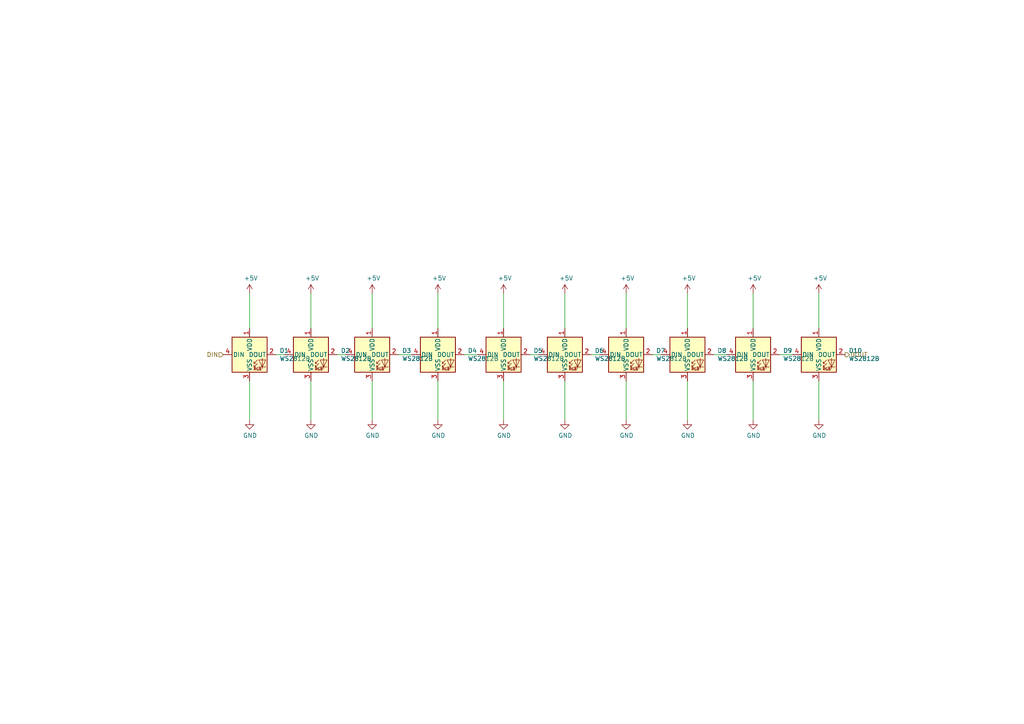
<source format=kicad_sch>
(kicad_sch (version 20211123) (generator eeschema)
  (paper "A4")
  (lib_symbols
    (symbol "LED:WS2812B" (pin_names (offset 0.254))
      (property "Reference" "D" (at 5.08 5.715 0))
      (property "Value" "WS2812B" (at 1.27 -5.715 0))
      (symbol "WS2812B_0_0"
        (text "RGB" (at 2.286 -4.191 0) (effects (font (size 0.762 0.762))))
      )
      (symbol "WS2812B_0_1"
        (polyline (pts (xy 1.27 -3.556) (xy 1.778 -3.556)))
        (polyline (pts (xy 1.27 -2.54) (xy 1.778 -2.54)))
        (polyline (pts (xy 4.699 -3.556) (xy 2.667 -3.556)))
        (polyline (pts (xy 2.286 -2.54) (xy 1.27 -3.556) (xy 1.27 -3.048)))
        (polyline (pts (xy 2.286 -1.524) (xy 1.27 -2.54) (xy 1.27 -2.032)))
        (polyline (pts (xy 3.683 -1.016) (xy 3.683 -3.556) (xy 3.683 -4.064)))
        (polyline (pts (xy 4.699 -1.524) (xy 2.667 -1.524) (xy 3.683 -3.556) (xy 4.699 -1.524)))
        (rectangle (start 5.08 5.08) (end -5.08 -5.08) (stroke (width 0.254)) (fill (type background)))
      )
      (symbol "WS2812B_1_1"
        (pin power_in line (at 0 7.62 270) (length 2.54) (name "VDD") (number "1"))
        (pin output line (at 7.62 0 180) (length 2.54) (name "DOUT") (number "2"))
        (pin power_in line (at 0 -7.62 90) (length 2.54) (name "VSS") (number "3"))
        (pin input line (at -7.62 0 0) (length 2.54) (name "DIN") (number "4"))
      )
    )
    (symbol "power:+5V" (power) (pin_names (offset 0))
      (property "Value" "+5V" (at 0 3.556 0))
      (symbol "+5V_0_1"
        (polyline (pts (xy -0.762 1.27) (xy 0 2.54)))
        (polyline (pts (xy 0 0) (xy 0 2.54)))
        (polyline (pts (xy 0 2.54) (xy 0.762 1.27)))
      )
      (symbol "+5V_1_1"
        (pin power_in line (at 0 0 90) (length 0) hide (name "+5V") (number "1"))
      )
    )
    (symbol "power:GND" (power) (pin_names (offset 0))
      (property "Value" "GND" (at 0 -3.81 0))
      (symbol "GND_0_1"
        (polyline (pts (xy 0 0) (xy 0 -1.27) (xy 1.27 -1.27) (xy 0 -2.54) (xy -1.27 -1.27) (xy 0 -1.27)))
      )
      (symbol "GND_1_1"
        (pin power_in line (at 0 0 270) (length 0) hide (name "GND") (number "1"))
      )
    )
  )
  (wire (pts (xy 163.83 110.49) (xy 163.83 121.92)))
  (wire (pts (xy 107.95 85.09) (xy 107.95 95.25)))
  (wire (pts (xy 90.17 110.49) (xy 90.17 121.92)))
  (wire (pts (xy 163.83 85.09) (xy 163.83 95.25)))
  (wire (pts (xy 207.01 102.87) (xy 210.82 102.87)))
  (wire (pts (xy 171.45 102.87) (xy 173.99 102.87)))
  (wire (pts (xy 127 110.49) (xy 127 121.92)))
  (wire (pts (xy 218.44 110.49) (xy 218.44 121.92)))
  (wire (pts (xy 181.61 110.49) (xy 181.61 121.92)))
  (wire (pts (xy 127 85.09) (xy 127 95.25)))
  (wire (pts (xy 237.49 110.49) (xy 237.49 121.92)))
  (wire (pts (xy 90.17 85.09) (xy 90.17 95.25)))
  (wire (pts (xy 80.01 102.87) (xy 82.55 102.87)))
  (wire (pts (xy 72.39 85.09) (xy 72.39 95.25)))
  (wire (pts (xy 72.39 110.49) (xy 72.39 121.92)))
  (wire (pts (xy 107.95 110.49) (xy 107.95 121.92)))
  (wire (pts (xy 153.67 102.87) (xy 156.21 102.87)))
  (wire (pts (xy 134.62 102.87) (xy 138.43 102.87)))
  (wire (pts (xy 115.57 102.87) (xy 119.38 102.87)))
  (wire (pts (xy 146.05 85.09) (xy 146.05 95.25)))
  (wire (pts (xy 199.39 110.49) (xy 199.39 121.92)))
  (wire (pts (xy 226.06 102.87) (xy 229.87 102.87)))
  (wire (pts (xy 199.39 85.09) (xy 199.39 95.25)))
  (wire (pts (xy 237.49 85.09) (xy 237.49 95.25)))
  (wire (pts (xy 189.23 102.87) (xy 191.77 102.87)))
  (wire (pts (xy 181.61 85.09) (xy 181.61 95.25)))
  (wire (pts (xy 218.44 85.09) (xy 218.44 95.25)))
  (wire (pts (xy 97.79 102.87) (xy 100.33 102.87)))
  (wire (pts (xy 146.05 110.49) (xy 146.05 121.92)))
  (hierarchical_label "DIN" (shape input) (at 64.77 102.87 180))
  (hierarchical_label "DOUT" (shape output) (at 245.11 102.87 0))
  (symbol (lib_id "LED:WS2812B") (at 107.95 102.87 0) (unit 1)
    (property "Reference" "D3" (at 116.6114 101.7016 0) (effects (justify left)))
    (property "Value" "WS2812B" (at 116.6114 104.013 0) (effects (justify left)))
    (property "Footprint" "LED_SMD:LED_WS2812B_PLCC4_5.0x5.0mm_P3.2mm" (effects hide))
    (property "Datasheet" "https://cdn-shop.adafruit.com/datasheets/WS2812B.pdf" (effects hide))
  )
  (symbol (lib_id "power:+5V") (at 107.95 85.09 0) (unit 1)
    (property "Reference" "#PWR05" (effects hide))
    (property "Value" "+5V" (at 108.331 80.6958 0))
  )
  (symbol (lib_id "power:GND") (at 107.95 121.92 0) (unit 1)
    (property "Reference" "#PWR06" (effects hide))
    (property "Value" "GND" (at 108.077 126.3142 0))
  )
  (symbol (lib_id "LED:WS2812B") (at 90.17 102.87 0) (unit 1)
    (property "Reference" "D2" (at 98.8314 101.7016 0) (effects (justify left)))
    (property "Value" "WS2812B" (at 98.8314 104.013 0) (effects (justify left)))
    (property "Footprint" "LED_SMD:LED_WS2812B_PLCC4_5.0x5.0mm_P3.2mm" (effects hide))
    (property "Datasheet" "https://cdn-shop.adafruit.com/datasheets/WS2812B.pdf" (effects hide))
  )
  (symbol (lib_id "power:+5V") (at 90.17 85.09 0) (unit 1)
    (property "Reference" "#PWR03" (effects hide))
    (property "Value" "+5V" (at 90.551 80.6958 0))
  )
  (symbol (lib_id "power:GND") (at 90.17 121.92 0) (unit 1)
    (property "Reference" "#PWR04" (effects hide))
    (property "Value" "GND" (at 90.297 126.3142 0))
  )
  (symbol (lib_id "LED:WS2812B") (at 72.39 102.87 0) (unit 1)
    (property "Reference" "D1" (at 81.0514 101.7016 0) (effects (justify left)))
    (property "Value" "WS2812B" (at 81.0514 104.013 0) (effects (justify left)))
    (property "Footprint" "LED_SMD:LED_WS2812B_PLCC4_5.0x5.0mm_P3.2mm" (effects hide))
    (property "Datasheet" "https://cdn-shop.adafruit.com/datasheets/WS2812B.pdf" (effects hide))
  )
  (symbol (lib_id "power:+5V") (at 72.39 85.09 0) (unit 1)
    (property "Reference" "#PWR01" (effects hide))
    (property "Value" "+5V" (at 72.771 80.6958 0))
  )
  (symbol (lib_id "power:GND") (at 72.39 121.92 0) (unit 1)
    (property "Reference" "#PWR02" (effects hide))
    (property "Value" "GND" (at 72.517 126.3142 0))
  )
  (symbol (lib_id "LED:WS2812B") (at 127 102.87 0) (unit 1)
    (property "Reference" "D4" (at 135.6614 101.7016 0) (effects (justify left)))
    (property "Value" "WS2812B" (at 135.6614 104.013 0) (effects (justify left)))
    (property "Footprint" "LED_SMD:LED_WS2812B_PLCC4_5.0x5.0mm_P3.2mm" (effects hide))
    (property "Datasheet" "https://cdn-shop.adafruit.com/datasheets/WS2812B.pdf" (effects hide))
  )
  (symbol (lib_id "power:+5V") (at 127 85.09 0) (unit 1)
    (property "Reference" "#PWR07" (effects hide))
    (property "Value" "+5V" (at 127.381 80.6958 0))
  )
  (symbol (lib_id "power:GND") (at 127 121.92 0) (unit 1)
    (property "Reference" "#PWR08" (effects hide))
    (property "Value" "GND" (at 127.127 126.3142 0))
  )
  (symbol (lib_id "LED:WS2812B") (at 146.05 102.87 0) (unit 1)
    (property "Reference" "D5" (at 154.7114 101.7016 0) (effects (justify left)))
    (property "Value" "WS2812B" (at 154.7114 104.013 0) (effects (justify left)))
    (property "Footprint" "LED_SMD:LED_WS2812B_PLCC4_5.0x5.0mm_P3.2mm" (effects hide))
    (property "Datasheet" "https://cdn-shop.adafruit.com/datasheets/WS2812B.pdf" (effects hide))
  )
  (symbol (lib_id "power:+5V") (at 146.05 85.09 0) (unit 1)
    (property "Reference" "#PWR09" (effects hide))
    (property "Value" "+5V" (at 146.431 80.6958 0))
  )
  (symbol (lib_id "power:GND") (at 146.05 121.92 0) (unit 1)
    (property "Reference" "#PWR010" (effects hide))
    (property "Value" "GND" (at 146.177 126.3142 0))
  )
  (symbol (lib_id "LED:WS2812B") (at 199.39 102.87 0) (unit 1)
    (property "Reference" "D8" (at 208.0514 101.7016 0) (effects (justify left)))
    (property "Value" "WS2812B" (at 208.0514 104.013 0) (effects (justify left)))
    (property "Footprint" "LED_SMD:LED_WS2812B_PLCC4_5.0x5.0mm_P3.2mm" (effects hide))
    (property "Datasheet" "https://cdn-shop.adafruit.com/datasheets/WS2812B.pdf" (effects hide))
  )
  (symbol (lib_id "power:+5V") (at 199.39 85.09 0) (unit 1)
    (property "Reference" "#PWR015" (effects hide))
    (property "Value" "+5V" (at 199.771 80.6958 0))
  )
  (symbol (lib_id "power:GND") (at 199.39 121.92 0) (unit 1)
    (property "Reference" "#PWR016" (effects hide))
    (property "Value" "GND" (at 199.517 126.3142 0))
  )
  (symbol (lib_id "LED:WS2812B") (at 181.61 102.87 0) (unit 1)
    (property "Reference" "D7" (at 190.2714 101.7016 0) (effects (justify left)))
    (property "Value" "WS2812B" (at 190.2714 104.013 0) (effects (justify left)))
    (property "Footprint" "LED_SMD:LED_WS2812B_PLCC4_5.0x5.0mm_P3.2mm" (effects hide))
    (property "Datasheet" "https://cdn-shop.adafruit.com/datasheets/WS2812B.pdf" (effects hide))
  )
  (symbol (lib_id "power:+5V") (at 181.61 85.09 0) (unit 1)
    (property "Reference" "#PWR013" (effects hide))
    (property "Value" "+5V" (at 181.991 80.6958 0))
  )
  (symbol (lib_id "power:GND") (at 181.61 121.92 0) (unit 1)
    (property "Reference" "#PWR014" (effects hide))
    (property "Value" "GND" (at 181.737 126.3142 0))
  )
  (symbol (lib_id "LED:WS2812B") (at 163.83 102.87 0) (unit 1)
    (property "Reference" "D6" (at 172.4914 101.7016 0) (effects (justify left)))
    (property "Value" "WS2812B" (at 172.4914 104.013 0) (effects (justify left)))
    (property "Footprint" "LED_SMD:LED_WS2812B_PLCC4_5.0x5.0mm_P3.2mm" (effects hide))
    (property "Datasheet" "https://cdn-shop.adafruit.com/datasheets/WS2812B.pdf" (effects hide))
  )
  (symbol (lib_id "power:+5V") (at 163.83 85.09 0) (unit 1)
    (property "Reference" "#PWR011" (effects hide))
    (property "Value" "+5V" (at 164.211 80.6958 0))
  )
  (symbol (lib_id "power:GND") (at 163.83 121.92 0) (unit 1)
    (property "Reference" "#PWR012" (effects hide))
    (property "Value" "GND" (at 163.957 126.3142 0))
  )
  (symbol (lib_id "LED:WS2812B") (at 218.44 102.87 0) (unit 1)
    (property "Reference" "D9" (at 227.1014 101.7016 0) (effects (justify left)))
    (property "Value" "WS2812B" (at 227.1014 104.013 0) (effects (justify left)))
    (property "Footprint" "LED_SMD:LED_WS2812B_PLCC4_5.0x5.0mm_P3.2mm" (effects hide))
    (property "Datasheet" "https://cdn-shop.adafruit.com/datasheets/WS2812B.pdf" (effects hide))
  )
  (symbol (lib_id "power:+5V") (at 218.44 85.09 0) (unit 1)
    (property "Reference" "#PWR017" (effects hide))
    (property "Value" "+5V" (at 218.821 80.6958 0))
  )
  (symbol (lib_id "power:GND") (at 218.44 121.92 0) (unit 1)
    (property "Reference" "#PWR018" (effects hide))
    (property "Value" "GND" (at 218.567 126.3142 0))
  )
  (symbol (lib_id "LED:WS2812B") (at 237.49 102.87 0) (unit 1)
    (property "Reference" "D10" (at 246.1514 101.7016 0) (effects (justify left)))
    (property "Value" "WS2812B" (at 246.1514 104.013 0) (effects (justify left)))
    (property "Footprint" "LED_SMD:LED_WS2812B_PLCC4_5.0x5.0mm_P3.2mm" (effects hide))
    (property "Datasheet" "https://cdn-shop.adafruit.com/datasheets/WS2812B.pdf" (effects hide))
  )
  (symbol (lib_id "power:+5V") (at 237.49 85.09 0) (unit 1)
    (property "Reference" "#PWR019" (effects hide))
    (property "Value" "+5V" (at 237.871 80.6958 0))
  )
  (symbol (lib_id "power:GND") (at 237.49 121.92 0) (unit 1)
    (property "Reference" "#PWR020" (effects hide))
    (property "Value" "GND" (at 237.617 126.3142 0))
  )
)
</source>
